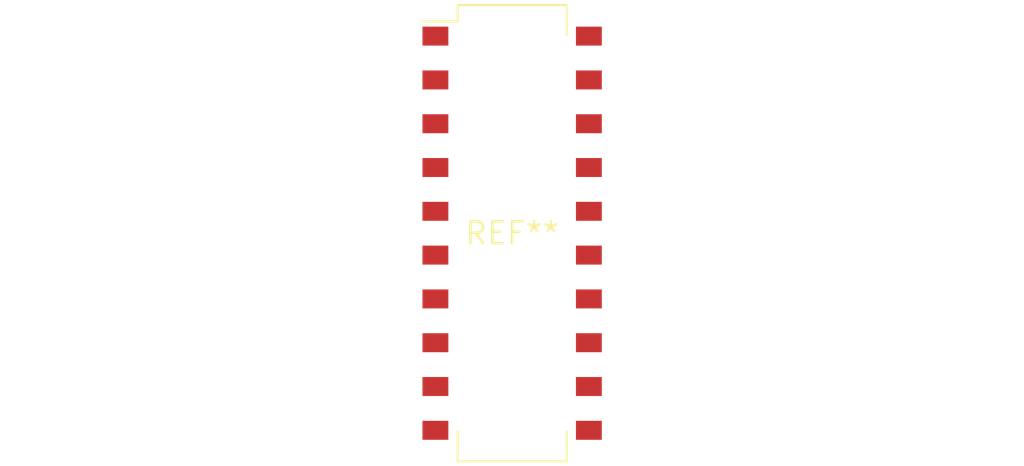
<source format=kicad_pcb>
(kicad_pcb (version 20240108) (generator pcbnew)
  (layers (0 "F.Cu" signal) (31 "B.Cu" signal) (34 "B.Paste" user) (35 "F.Paste" user) (36 "B.SilkS" user "B.Silkscreen") (37 "F.SilkS" user "F.Silkscreen") (38 "B.Mask" user) (39 "F.Mask" user) (44 "Edge.Cuts" user))
  (net 0 "")
  (footprint "SW_DIP_SPSTx10_Slide_Omron_A6S-1010x_W8.9mm_P2.54mm" (layer "F.Cu") (at 0 0)
    (property "Reference" "REF**")
    (property "Value" "SW_DIP_SPSTx10_Slide_Omron_A6S-1010x_W8.9mm_P2.54mm")
    (fp_line (start -5.2 -12.281) (end -3.16 -12.281) (layer "F.SilkS") (stroke (width 0.12)))
    (fp_line (start -3.16 -13.23) (end -3.16 -12.281) (layer "F.SilkS") (stroke (width 0.12)))
    (fp_line (start -3.16 -13.23) (end 3.16 -13.23) (layer "F.SilkS") (stroke (width 0.12)))
    (fp_line (start -3.16 11.49) (end -3.16 13.23) (layer "F.SilkS") (stroke (width 0.12)))
    (fp_line (start -3.16 13.23) (end 3.16 13.23) (layer "F.SilkS") (stroke (width 0.12)))
    (fp_line (start 3.16 -13.23) (end 3.16 -11.491) (layer "F.SilkS") (stroke (width 0.12)))
    (fp_line (start 3.16 11.49) (end 3.16 13.23) (layer "F.SilkS") (stroke (width 0.12)))
    (pad "1" smd rect (at -4.45 -11.43) (size 1.5 1.1) (layers "F.Cu" "F.Paste" "F.Mask"))
    (pad "2" smd rect (at -4.45 -8.89) (size 1.5 1.1) (layers "F.Cu" "F.Paste" "F.Mask"))
    (pad "3" smd rect (at -4.45 -6.35) (size 1.5 1.1) (layers "F.Cu" "F.Paste" "F.Mask"))
    (pad "4" smd rect (at -4.45 -3.81) (size 1.5 1.1) (layers "F.Cu" "F.Paste" "F.Mask"))
    (pad "5" smd rect (at -4.45 -1.27) (size 1.5 1.1) (layers "F.Cu" "F.Paste" "F.Mask"))
    (pad "6" smd rect (at -4.45 1.27) (size 1.5 1.1) (layers "F.Cu" "F.Paste" "F.Mask"))
    (pad "7" smd rect (at -4.45 3.81) (size 1.5 1.1) (layers "F.Cu" "F.Paste" "F.Mask"))
    (pad "8" smd rect (at -4.45 6.35) (size 1.5 1.1) (layers "F.Cu" "F.Paste" "F.Mask"))
    (pad "9" smd rect (at -4.45 8.89) (size 1.5 1.1) (layers "F.Cu" "F.Paste" "F.Mask"))
    (pad "10" smd rect (at -4.45 11.43) (size 1.5 1.1) (layers "F.Cu" "F.Paste" "F.Mask"))
    (pad "11" smd rect (at 4.45 11.43) (size 1.5 1.1) (layers "F.Cu" "F.Paste" "F.Mask"))
    (pad "12" smd rect (at 4.45 8.89) (size 1.5 1.1) (layers "F.Cu" "F.Paste" "F.Mask"))
    (pad "13" smd rect (at 4.45 6.35) (size 1.5 1.1) (layers "F.Cu" "F.Paste" "F.Mask"))
    (pad "14" smd rect (at 4.45 3.81) (size 1.5 1.1) (layers "F.Cu" "F.Paste" "F.Mask"))
    (pad "15" smd rect (at 4.45 1.27) (size 1.5 1.1) (layers "F.Cu" "F.Paste" "F.Mask"))
    (pad "16" smd rect (at 4.45 -1.27) (size 1.5 1.1) (layers "F.Cu" "F.Paste" "F.Mask"))
    (pad "17" smd rect (at 4.45 -3.81) (size 1.5 1.1) (layers "F.Cu" "F.Paste" "F.Mask"))
    (pad "18" smd rect (at 4.45 -6.35) (size 1.5 1.1) (layers "F.Cu" "F.Paste" "F.Mask"))
    (pad "19" smd rect (at 4.45 -8.89) (size 1.5 1.1) (layers "F.Cu" "F.Paste" "F.Mask"))
    (pad "20" smd rect (at 4.45 -11.43) (size 1.5 1.1) (layers "F.Cu" "F.Paste" "F.Mask"))
  )
)
</source>
